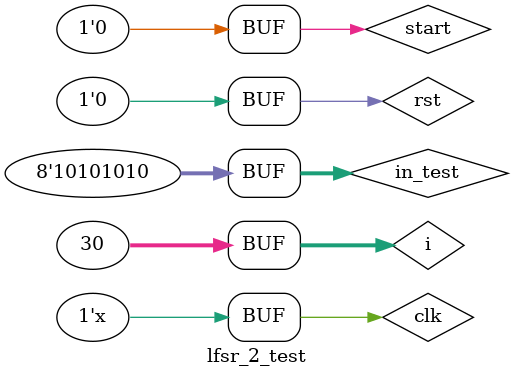
<source format=v>
`timescale 1ns / 1ps

module lfsr_2_test;

reg clk;
reg rst;
reg start; 
reg [ 7 : 0 ] in_test;
wire [ 7 : 0 ] out_test;   
integer i;

lfsr_2 lfsr_2_1(
    .clk_i(clk), 
    .rst_i(rst), 
    .val(in_test), 
    .start_i(start), 
    .result(out_test)
);

initial begin
    clk = 0;
    rst = 1;
    in_test = 8'b10101010;
    #10
    rst = 0;
    #10
    start = 1;
    
    for (i = 0; i < 30; i = i + 1) begin
        #10
        $display("Value %d", i[9:0], ": %d", out_test);
    end
    
    #10
    
    if (out_test == in_test) $display ( "The lfsr output is correct. test_out =", out_test, " , expected_out =" , in_test) ;
    else  $display ( "The lfsr output is incorrect. test_out =", out_test, " , expected_out =" , in_test) ;
    
    start = 0;
end   

always begin
    #5  clk = !clk;
end    

endmodule
</source>
